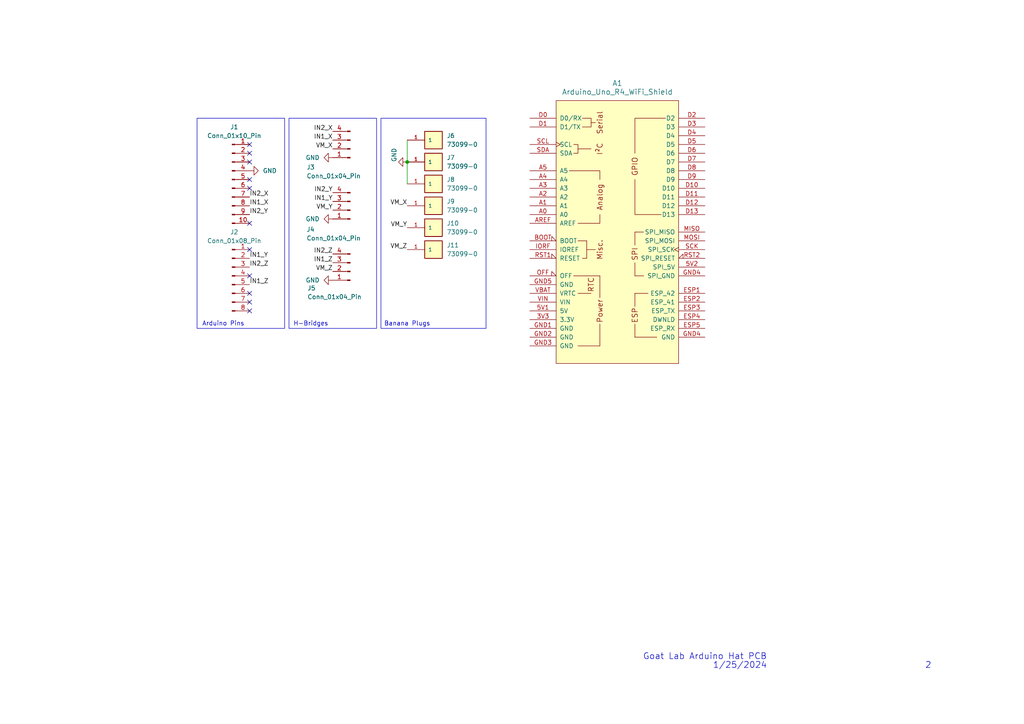
<source format=kicad_sch>
(kicad_sch (version 20231120) (generator "eeschema") (generator_version "8.0")
  (paper "A4")
  (lib_symbols
    (symbol "73099-0:73099-0" (pin_names (offset 1.016))
      (property "Reference" "J" (at -5.08 3.81 0))
      (property "Value" "73099-0" (at -5.08 -3.81 0))
      (symbol "73099-0_0_0"
        (rectangle (start -2.54 -2.54) (end 2.54 2.54) (stroke (width 0.254)) (fill (type background)))
        (pin passive line (at -7.62 0 0) (length 5.08) (name "1") (number "1"))
      )
    )
    (symbol "Connector:Conn_01x04_Pin" (pin_names (offset 1.016) hide)
      (property "Reference" "J" (at 0 5.08 0))
      (property "Value" "Conn_01x04_Pin" (at 0 -7.62 0))
      (symbol "Conn_01x04_Pin_1_1"
        (polyline (pts (xy 1.27 -5.08) (xy 0.8636 -5.08)) (stroke (width 0.1524)))
        (polyline (pts (xy 1.27 -2.54) (xy 0.8636 -2.54)) (stroke (width 0.1524)))
        (polyline (pts (xy 1.27 0) (xy 0.8636 0)) (stroke (width 0.1524)))
        (polyline (pts (xy 1.27 2.54) (xy 0.8636 2.54)) (stroke (width 0.1524)))
        (rectangle (start 0.8636 -4.953) (end 0 -5.207) (stroke (width 0.1524)) (fill (type outline)))
        (rectangle (start 0.8636 -2.413) (end 0 -2.667) (stroke (width 0.1524)) (fill (type outline)))
        (rectangle (start 0.8636 0.127) (end 0 -0.127) (stroke (width 0.1524)) (fill (type outline)))
        (rectangle (start 0.8636 2.667) (end 0 2.413) (stroke (width 0.1524)) (fill (type outline)))
        (pin passive line (at 5.08 2.54 180) (length 3.81) (name "Pin_1") (number "1"))
        (pin passive line (at 5.08 0 180) (length 3.81) (name "Pin_2") (number "2"))
        (pin passive line (at 5.08 -2.54 180) (length 3.81) (name "Pin_3") (number "3"))
        (pin passive line (at 5.08 -5.08 180) (length 3.81) (name "Pin_4") (number "4"))
      )
    )
    (symbol "Connector:Conn_01x08_Pin" (pin_names (offset 1.016) hide)
      (property "Reference" "J" (at 0 10.16 0))
      (property "Value" "Conn_01x08_Pin" (at 0 -12.7 0))
      (symbol "Conn_01x08_Pin_1_1"
        (polyline (pts (xy 1.27 -10.16) (xy 0.8636 -10.16)) (stroke (width 0.1524)))
        (polyline (pts (xy 1.27 -7.62) (xy 0.8636 -7.62)) (stroke (width 0.1524)))
        (polyline (pts (xy 1.27 -5.08) (xy 0.8636 -5.08)) (stroke (width 0.1524)))
        (polyline (pts (xy 1.27 -2.54) (xy 0.8636 -2.54)) (stroke (width 0.1524)))
        (polyline (pts (xy 1.27 0) (xy 0.8636 0)) (stroke (width 0.1524)))
        (polyline (pts (xy 1.27 2.54) (xy 0.8636 2.54)) (stroke (width 0.1524)))
        (polyline (pts (xy 1.27 5.08) (xy 0.8636 5.08)) (stroke (width 0.1524)))
        (polyline (pts (xy 1.27 7.62) (xy 0.8636 7.62)) (stroke (width 0.1524)))
        (rectangle (start 0.8636 -10.033) (end 0 -10.287) (stroke (width 0.1524)) (fill (type outline)))
        (rectangle (start 0.8636 -7.493) (end 0 -7.747) (stroke (width 0.1524)) (fill (type outline)))
        (rectangle (start 0.8636 -4.953) (end 0 -5.207) (stroke (width 0.1524)) (fill (type outline)))
        (rectangle (start 0.8636 -2.413) (end 0 -2.667) (stroke (width 0.1524)) (fill (type outline)))
        (rectangle (start 0.8636 0.127) (end 0 -0.127) (stroke (width 0.1524)) (fill (type outline)))
        (rectangle (start 0.8636 2.667) (end 0 2.413) (stroke (width 0.1524)) (fill (type outline)))
        (rectangle (start 0.8636 5.207) (end 0 4.953) (stroke (width 0.1524)) (fill (type outline)))
        (rectangle (start 0.8636 7.747) (end 0 7.493) (stroke (width 0.1524)) (fill (type outline)))
        (pin passive line (at 5.08 7.62 180) (length 3.81) (name "Pin_1") (number "1"))
        (pin passive line (at 5.08 5.08 180) (length 3.81) (name "Pin_2") (number "2"))
        (pin passive line (at 5.08 2.54 180) (length 3.81) (name "Pin_3") (number "3"))
        (pin passive line (at 5.08 0 180) (length 3.81) (name "Pin_4") (number "4"))
        (pin passive line (at 5.08 -2.54 180) (length 3.81) (name "Pin_5") (number "5"))
        (pin passive line (at 5.08 -5.08 180) (length 3.81) (name "Pin_6") (number "6"))
        (pin passive line (at 5.08 -7.62 180) (length 3.81) (name "Pin_7") (number "7"))
        (pin passive line (at 5.08 -10.16 180) (length 3.81) (name "Pin_8") (number "8"))
      )
    )
    (symbol "Connector:Conn_01x10_Pin" (pin_names (offset 1.016) hide)
      (property "Reference" "J" (at 0 12.7 0))
      (property "Value" "Conn_01x10_Pin" (at 0 -15.24 0))
      (symbol "Conn_01x10_Pin_1_1"
        (polyline (pts (xy 1.27 -12.7) (xy 0.8636 -12.7)) (stroke (width 0.1524)))
        (polyline (pts (xy 1.27 -10.16) (xy 0.8636 -10.16)) (stroke (width 0.1524)))
        (polyline (pts (xy 1.27 -7.62) (xy 0.8636 -7.62)) (stroke (width 0.1524)))
        (polyline (pts (xy 1.27 -5.08) (xy 0.8636 -5.08)) (stroke (width 0.1524)))
        (polyline (pts (xy 1.27 -2.54) (xy 0.8636 -2.54)) (stroke (width 0.1524)))
        (polyline (pts (xy 1.27 0) (xy 0.8636 0)) (stroke (width 0.1524)))
        (polyline (pts (xy 1.27 2.54) (xy 0.8636 2.54)) (stroke (width 0.1524)))
        (polyline (pts (xy 1.27 5.08) (xy 0.8636 5.08)) (stroke (width 0.1524)))
        (polyline (pts (xy 1.27 7.62) (xy 0.8636 7.62)) (stroke (width 0.1524)))
        (polyline (pts (xy 1.27 10.16) (xy 0.8636 10.16)) (stroke (width 0.1524)))
        (rectangle (start 0.8636 -12.573) (end 0 -12.827) (stroke (width 0.1524)) (fill (type outline)))
        (rectangle (start 0.8636 -10.033) (end 0 -10.287) (stroke (width 0.1524)) (fill (type outline)))
        (rectangle (start 0.8636 -7.493) (end 0 -7.747) (stroke (width 0.1524)) (fill (type outline)))
        (rectangle (start 0.8636 -4.953) (end 0 -5.207) (stroke (width 0.1524)) (fill (type outline)))
        (rectangle (start 0.8636 -2.413) (end 0 -2.667) (stroke (width 0.1524)) (fill (type outline)))
        (rectangle (start 0.8636 0.127) (end 0 -0.127) (stroke (width 0.1524)) (fill (type outline)))
        (rectangle (start 0.8636 2.667) (end 0 2.413) (stroke (width 0.1524)) (fill (type outline)))
        (rectangle (start 0.8636 5.207) (end 0 4.953) (stroke (width 0.1524)) (fill (type outline)))
        (rectangle (start 0.8636 7.747) (end 0 7.493) (stroke (width 0.1524)) (fill (type outline)))
        (rectangle (start 0.8636 10.287) (end 0 10.033) (stroke (width 0.1524)) (fill (type outline)))
        (pin passive line (at 5.08 10.16 180) (length 3.81) (name "Pin_1") (number "1"))
        (pin passive line (at 5.08 -12.7 180) (length 3.81) (name "Pin_10") (number "10"))
        (pin passive line (at 5.08 7.62 180) (length 3.81) (name "Pin_2") (number "2"))
        (pin passive line (at 5.08 5.08 180) (length 3.81) (name "Pin_3") (number "3"))
        (pin passive line (at 5.08 2.54 180) (length 3.81) (name "Pin_4") (number "4"))
        (pin passive line (at 5.08 0 180) (length 3.81) (name "Pin_5") (number "5"))
        (pin passive line (at 5.08 -2.54 180) (length 3.81) (name "Pin_6") (number "6"))
        (pin passive line (at 5.08 -5.08 180) (length 3.81) (name "Pin_7") (number "7"))
        (pin passive line (at 5.08 -7.62 180) (length 3.81) (name "Pin_8") (number "8"))
        (pin passive line (at 5.08 -10.16 180) (length 3.81) (name "Pin_9") (number "9"))
      )
    )
    (symbol "my_custom_symbol:Arduino_Uno_R4_WiFi_Shield" (pin_names (offset 1.016))
      (property "Reference" "A" (at 0 43.18 0))
      (property "Value" "Arduino_Uno_R4_WiFi_Shield" (at 0 40.64 0))
      (symbol "Arduino_Uno_R4_WiFi_Shield_0_0"
        (rectangle (start -17.78 38.1) (end 17.78 -38.1) (fill (type background)))
        (rectangle (start -12.7 -12.7) (end -5.08 -12.7))
        (rectangle (start -11.43 -33.02) (end -5.08 -33.02))
        (rectangle (start -10.16 -7.62) (end -8.89 -7.62))
        (rectangle (start -8.89 -7.62) (end -8.89 -2.54))
        (rectangle (start -8.89 -5.08) (end -6.35 -5.08))
        (rectangle (start -8.89 -2.54) (end -11.43 -2.54))
        (polyline (pts (xy -11.43 24.13) (xy -7.62 24.13)))
        (polyline (pts (xy -7.62 31.75) (xy -6.35 31.75)))
        (polyline (pts (xy -5.08 -26.67) (xy -5.08 -33.02)))
        (polyline (pts (xy -5.08 -12.7) (xy -5.08 -19.05)))
        (polyline (pts (xy -5.08 5.08) (xy -5.08 2.54) (xy -11.43 2.54)))
        (polyline (pts (xy -5.08 15.24) (xy -5.08 17.78) (xy -13.97 17.78)))
        (polyline (pts (xy 5.08 15.24) (xy 5.08 5.08) (xy 12.7 5.08)))
        (polyline (pts (xy 5.08 22.86) (xy 5.08 33.02) (xy 13.97 33.02)))
        (polyline (pts (xy -12.7 25.4) (xy -11.43 25.4) (xy -11.43 22.86) (xy -12.7 22.86)))
        (polyline (pts (xy -10.16 33.02) (xy -7.62 33.02) (xy -7.62 30.48) (xy -10.16 30.48)))
        (rectangle (start 5.08 -30.48) (end 5.08 -26.67))
        (rectangle (start 5.08 -30.48) (end 11.43 -30.48))
        (rectangle (start 5.08 -21.59) (end 5.08 -17.78))
        (rectangle (start 5.08 -17.78) (end 8.89 -17.78))
        (rectangle (start 5.08 -12.7) (end 5.08 -8.89))
        (rectangle (start 5.08 -12.7) (end 7.62 -12.7))
        (rectangle (start 5.08 -3.81) (end 5.08 0))
        (rectangle (start 7.62 0) (end 5.08 0))
        (text "Analog" (at -5.08 10.16 900) (effects (font (size 1.524 1.524))))
        (text "ESP" (at 5.08 -24.13 900) (effects (font (size 1.524 1.524))))
        (text "I²C" (at -5.08 24.13 900) (effects (font (size 1.524 1.524))))
        (text "Misc." (at -5.08 -5.08 900) (effects (font (size 1.524 1.524))))
        (text "Power" (at -5.08 -22.86 900) (effects (font (size 1.524 1.524))))
        (text "RTC" (at -7.62 -15.24 900) (effects (font (size 1.524 1.524))))
        (text "Serial" (at -5.08 31.75 900) (effects (font (size 1.524 1.524))))
        (text "SPI" (at 5.08 -6.35 900) (effects (font (size 1.524 1.524))))
      )
      (symbol "Arduino_Uno_R4_WiFi_Shield_0_1"
        (polyline (pts (xy -11.43 -17.78) (xy -7.62 -17.78)))
      )
      (symbol "Arduino_Uno_R4_WiFi_Shield_1_0"
        (text "GPIO" (at 5.08 19.05 900) (effects (font (size 1.524 1.524))))
      )
      (symbol "Arduino_Uno_R4_WiFi_Shield_1_1"
        (pin power_out line (at -25.4 -25.4 0) (length 7.62) (name "3.3V") (number "3V3"))
        (pin power_in line (at -25.4 -22.86 0) (length 7.62) (name "5V") (number "5V1"))
        (pin power_in line (at 25.4 -10.16 180) (length 7.62) (name "SPI_5V") (number "5V2"))
        (pin bidirectional line (at -25.4 5.08 0) (length 7.62) (name "A0") (number "A0"))
        (pin bidirectional line (at -25.4 7.62 0) (length 7.62) (name "A1") (number "A1"))
        (pin bidirectional line (at -25.4 10.16 0) (length 7.62) (name "A2") (number "A2"))
        (pin bidirectional line (at -25.4 12.7 0) (length 7.62) (name "A3") (number "A3"))
        (pin bidirectional line (at -25.4 15.24 0) (length 7.62) (name "A4") (number "A4"))
        (pin bidirectional line (at -25.4 17.78 0) (length 7.62) (name "A5") (number "A5"))
        (pin input line (at -25.4 2.54 0) (length 7.62) (name "AREF") (number "AREF"))
        (pin input input_low (at -25.4 -2.54 0) (length 7.62) (name "BOOT") (number "BOOT"))
        (pin bidirectional line (at -25.4 33.02 0) (length 7.62) (name "D0/RX") (number "D0"))
        (pin bidirectional line (at -25.4 30.48 0) (length 7.62) (name "D1/TX") (number "D1"))
        (pin bidirectional line (at 25.4 12.7 180) (length 7.62) (name "D10") (number "D10"))
        (pin bidirectional line (at 25.4 10.16 180) (length 7.62) (name "D11") (number "D11"))
        (pin bidirectional line (at 25.4 7.62 180) (length 7.62) (name "D12") (number "D12"))
        (pin bidirectional line (at 25.4 5.08 180) (length 7.62) (name "D13") (number "D13"))
        (pin bidirectional line (at 25.4 33.02 180) (length 7.62) (name "D2") (number "D2"))
        (pin bidirectional line (at 25.4 30.48 180) (length 7.62) (name "D3") (number "D3"))
        (pin bidirectional line (at 25.4 27.94 180) (length 7.62) (name "D4") (number "D4"))
        (pin bidirectional line (at 25.4 25.4 180) (length 7.62) (name "D5") (number "D5"))
        (pin bidirectional line (at 25.4 22.86 180) (length 7.62) (name "D6") (number "D6"))
        (pin bidirectional line (at 25.4 20.32 180) (length 7.62) (name "D7") (number "D7"))
        (pin bidirectional line (at 25.4 17.78 180) (length 7.62) (name "D8") (number "D8"))
        (pin bidirectional line (at 25.4 15.24 180) (length 7.62) (name "D9") (number "D9"))
        (pin bidirectional line (at 25.4 -17.78 180) (length 7.62) (name "ESP_42") (number "ESP1"))
        (pin bidirectional line (at 25.4 -20.32 180) (length 7.62) (name "ESP_41") (number "ESP2"))
        (pin bidirectional line (at 25.4 -22.86 180) (length 7.62) (name "ESP_TX") (number "ESP3"))
        (pin bidirectional line (at 25.4 -25.4 180) (length 7.62) (name "DWNLD") (number "ESP4"))
        (pin bidirectional line (at 25.4 -27.94 180) (length 7.62) (name "ESP_RX") (number "ESP5"))
        (pin power_in line (at -25.4 -27.94 0) (length 7.62) (name "GND") (number "GND1"))
        (pin power_in line (at -25.4 -30.48 0) (length 7.62) (name "GND") (number "GND2"))
        (pin power_in line (at -25.4 -33.02 0) (length 7.62) (name "GND") (number "GND3"))
        (pin power_in line (at 25.4 -30.48 180) (length 7.62) (name "GND") (number "GND4"))
        (pin power_in line (at 25.4 -12.7 180) (length 7.62) (name "SPI_GND") (number "GND4"))
        (pin power_in line (at -25.4 -15.24 0) (length 7.62) (name "GND") (number "GND5"))
        (pin output line (at -25.4 -5.08 0) (length 7.62) (name "IOREF") (number "IORF"))
        (pin input line (at 25.4 0 180) (length 7.62) (name "SPI_MISO") (number "MISO"))
        (pin output line (at 25.4 -2.54 180) (length 7.62) (name "SPI_MOSI") (number "MOSI"))
        (pin input input_low (at -25.4 -12.7 0) (length 7.62) (name "OFF") (number "OFF"))
        (pin open_collector input_low (at -25.4 -7.62 0) (length 7.62) (name "RESET") (number "RST1"))
        (pin open_collector input_low (at 25.4 -7.62 180) (length 7.62) (name "SPI_RESET") (number "RST2"))
        (pin output clock (at 25.4 -5.08 180) (length 7.62) (name "SPI_SCK") (number "SCK"))
        (pin bidirectional clock (at -25.4 25.4 0) (length 7.62) (name "SCL") (number "SCL"))
        (pin bidirectional line (at -25.4 22.86 0) (length 7.62) (name "SDA") (number "SDA"))
        (pin power_in line (at -25.4 -17.78 0) (length 7.62) (name "VRTC") (number "VBAT"))
        (pin power_in line (at -25.4 -20.32 0) (length 7.62) (name "VIN") (number "VIN"))
      )
    )
    (symbol "power:GND" (power) (pin_numbers hide) (pin_names (offset 0) hide)
      (property "Value" "GND" (at 0 -3.81 0))
      (symbol "GND_0_1"
        (polyline (pts (xy 0 0) (xy 0 -1.27) (xy 1.27 -1.27) (xy 0 -2.54) (xy -1.27 -1.27) (xy 0 -1.27)))
      )
      (symbol "GND_1_1"
        (pin power_in line (at 0 0 270) (length 0) (name "~") (number "1"))
      )
    )
  )
  (junction (at 118.11 46.99))
  (no_connect (at 72.39 85.09))
  (no_connect (at 72.39 64.77))
  (no_connect (at 72.39 41.91))
  (no_connect (at 72.39 46.99))
  (no_connect (at 72.39 72.39))
  (no_connect (at 72.39 54.61))
  (no_connect (at 72.39 52.07))
  (no_connect (at 72.39 80.01))
  (no_connect (at 72.39 44.45))
  (no_connect (at 72.39 87.63))
  (no_connect (at 72.39 90.17))
  (wire (pts (xy 118.11 40.64) (xy 118.11 46.99)))
  (wire (pts (xy 118.11 46.99) (xy 118.11 53.34)))
  (rectangle (start 83.82 34.29) (end 109.22 95.25))
  (rectangle (start 57.15 34.29) (end 82.55 95.25))
  (rectangle (start 110.49 34.29) (end 140.97 95.25))
  (text "H-Bridges" (at 90.17 93.98 0) (effects (font (size 1.27 1.27))))
  (text "Goat Lab Arduino Hat PCB" (at 204.47 190.5 0) (effects (font (size 1.778 1.778))))
  (text "Banana Plugs" (at 118.11 93.98 0) (effects (font (size 1.27 1.27))))
  (text "Arduino Pins" (at 64.77 93.98 0) (effects (font (size 1.27 1.27))))
  (text "1/25/2024" (at 214.63 193.04 0) (effects (font (size 1.778 1.778))))
  (text "2" (at 269.24 193.04 0) (effects (font (size 1.778 1.778))))
  (label "IN1_X" (at 72.39 59.69 0))
  (label "VM_X" (at 118.11 59.69 180))
  (label "IN2_X" (at 72.39 57.15 0))
  (label "VM_Z" (at 96.52 78.74 180))
  (label "IN1_Z" (at 96.52 76.2 180))
  (label "VM_Z" (at 118.11 72.39 180))
  (label "IN2_X" (at 96.52 38.1 180))
  (label "IN2_Z" (at 72.39 77.47 0))
  (label "IN2_Y" (at 72.39 62.23 0))
  (label "VM_X" (at 96.52 43.18 180))
  (label "IN2_Z" (at 96.52 73.66 180))
  (label "IN1_Y" (at 96.52 58.42 180))
  (label "VM_Y" (at 118.11 66.04 180))
  (label "IN2_Y" (at 96.52 55.88 180))
  (label "IN1_Z" (at 72.39 82.55 0))
  (label "IN1_X" (at 96.52 40.64 180))
  (label "IN1_Y" (at 72.39 74.93 0))
  (label "VM_Y" (at 96.52 60.96 180))
  (symbol (lib_id "Connector:Conn_01x08_Pin") (at 67.31 80.01 0) (unit 1)
    (property "Reference" "J2" (at 67.945 67.31 0))
    (property "Value" "Conn_01x08_Pin" (at 67.945 69.85 0))
    (property "Footprint" "Connector_PinHeader_2.54mm:PinHeader_1x08_P2.54mm_Vertical" (effects (hide yes)))
    (property "Description" "Generic connector, single row, 01x08, script generated" (effects (hide yes)))
  )
  (symbol (lib_id "73099-0:73099-0") (at 125.73 72.39 0) (unit 1)
    (property "Reference" "J11" (at 129.54 71.1199 0) (effects (justify left)))
    (property "Value" "73099-0" (at 129.54 73.6599 0) (effects (justify left)))
    (property "Footprint" "my_custom:POMONA_73099-0" (effects (hide yes)))
    (property "MF" "Pomona Electronics" (effects (hide yes)))
    (property "MAXIMUM_PACKAGE_HEIGHT" "11.5mm" (effects (hide yes)))
    (property "Package" "None" (effects (hide yes)))
    (property "Price" "None" (effects (hide yes)))
    (property "Check_prices" "https://www.snapeda.com/parts/73099-0/Pomona+Electronics/view-part/?ref=eda" (effects (hide yes)))
    (property "STANDARD" "Manufacturer Recommendations" (effects (hide yes)))
    (property "PARTREV" "101" (effects (hide yes)))
    (property "SnapEDA_Link" "https://www.snapeda.com/parts/73099-0/Pomona+Electronics/view-part/?ref=snap" (effects (hide yes)))
    (property "MP" "73099-0" (effects (hide yes)))
    (property "Description_1" "\n                        \n                            R/A 4Mm Mounting Safety Jack For Pcb, Black | Pomona Electronics 73099-0\n                        \n" (effects (hide yes)))
    (property "Availability" "In Stock" (effects (hide yes)))
    (property "MANUFACTURER" "Pomona Electronics" (effects (hide yes)))
  )
  (symbol (lib_id "73099-0:73099-0") (at 125.73 40.64 0) (unit 1)
    (property "Reference" "J6" (at 129.54 39.3699 0) (effects (justify left)))
    (property "Value" "73099-0" (at 129.54 41.9099 0) (effects (justify left)))
    (property "Footprint" "my_custom:POMONA_73099-0" (effects (hide yes)))
    (property "MF" "Pomona Electronics" (effects (hide yes)))
    (property "MAXIMUM_PACKAGE_HEIGHT" "11.5mm" (effects (hide yes)))
    (property "Package" "None" (effects (hide yes)))
    (property "Price" "None" (effects (hide yes)))
    (property "Check_prices" "https://www.snapeda.com/parts/73099-0/Pomona+Electronics/view-part/?ref=eda" (effects (hide yes)))
    (property "STANDARD" "Manufacturer Recommendations" (effects (hide yes)))
    (property "PARTREV" "101" (effects (hide yes)))
    (property "SnapEDA_Link" "https://www.snapeda.com/parts/73099-0/Pomona+Electronics/view-part/?ref=snap" (effects (hide yes)))
    (property "MP" "73099-0" (effects (hide yes)))
    (property "Description_1" "\n                        \n                            R/A 4Mm Mounting Safety Jack For Pcb, Black | Pomona Electronics 73099-0\n                        \n" (effects (hide yes)))
    (property "Availability" "In Stock" (effects (hide yes)))
    (property "MANUFACTURER" "Pomona Electronics" (effects (hide yes)))
  )
  (symbol (lib_id "73099-0:73099-0") (at 125.73 66.04 0) (unit 1)
    (property "Reference" "J10" (at 129.54 64.7699 0) (effects (justify left)))
    (property "Value" "73099-0" (at 129.54 67.3099 0) (effects (justify left)))
    (property "Footprint" "my_custom:POMONA_73099-0" (effects (hide yes)))
    (property "MF" "Pomona Electronics" (effects (hide yes)))
    (property "MAXIMUM_PACKAGE_HEIGHT" "11.5mm" (effects (hide yes)))
    (property "Package" "None" (effects (hide yes)))
    (property "Price" "None" (effects (hide yes)))
    (property "Check_prices" "https://www.snapeda.com/parts/73099-0/Pomona+Electronics/view-part/?ref=eda" (effects (hide yes)))
    (property "STANDARD" "Manufacturer Recommendations" (effects (hide yes)))
    (property "PARTREV" "101" (effects (hide yes)))
    (property "SnapEDA_Link" "https://www.snapeda.com/parts/73099-0/Pomona+Electronics/view-part/?ref=snap" (effects (hide yes)))
    (property "MP" "73099-0" (effects (hide yes)))
    (property "Description_1" "\n                        \n                            R/A 4Mm Mounting Safety Jack For Pcb, Black | Pomona Electronics 73099-0\n                        \n" (effects (hide yes)))
    (property "Availability" "In Stock" (effects (hide yes)))
    (property "MANUFACTURER" "Pomona Electronics" (effects (hide yes)))
  )
  (symbol (lib_id "power:GND") (at 118.11 46.99 270) (unit 1)
    (property "Reference" "#PWR05" (effects (hide yes)))
    (property "Value" "GND" (at 114.3 46.99 0) (effects (justify right)))
    (property "Description" "Power symbol creates a global label with name \"GND\" , ground" (effects (hide yes)))
  )
  (symbol (lib_id "power:GND") (at 96.52 63.5 270) (unit 1)
    (property "Reference" "#PWR03" (effects (hide yes)))
    (property "Value" "GND" (at 92.71 63.4999 90) (effects (justify right)))
    (property "Description" "Power symbol creates a global label with name \"GND\" , ground" (effects (hide yes)))
  )
  (symbol (lib_id "Connector:Conn_01x04_Pin") (at 101.6 60.96 180) (unit 1)
    (property "Reference" "J4" (at 88.9 66.548 0) (effects (justify right)))
    (property "Value" "Conn_01x04_Pin" (at 88.9 69.088 0) (effects (justify right)))
    (property "Footprint" "Connector_PinHeader_2.54mm:PinHeader_1x04_P2.54mm_Vertical" (effects (hide yes)))
    (property "Description" "Generic connector, single row, 01x04, script generated" (effects (hide yes)))
  )
  (symbol (lib_id "73099-0:73099-0") (at 125.73 53.34 0) (unit 1)
    (property "Reference" "J8" (at 129.54 52.0699 0) (effects (justify left)))
    (property "Value" "73099-0" (at 129.54 54.6099 0) (effects (justify left)))
    (property "Footprint" "my_custom:POMONA_73099-0" (effects (hide yes)))
    (property "MF" "Pomona Electronics" (effects (hide yes)))
    (property "MAXIMUM_PACKAGE_HEIGHT" "11.5mm" (effects (hide yes)))
    (property "Package" "None" (effects (hide yes)))
    (property "Price" "None" (effects (hide yes)))
    (property "Check_prices" "https://www.snapeda.com/parts/73099-0/Pomona+Electronics/view-part/?ref=eda" (effects (hide yes)))
    (property "STANDARD" "Manufacturer Recommendations" (effects (hide yes)))
    (property "PARTREV" "101" (effects (hide yes)))
    (property "SnapEDA_Link" "https://www.snapeda.com/parts/73099-0/Pomona+Electronics/view-part/?ref=snap" (effects (hide yes)))
    (property "MP" "73099-0" (effects (hide yes)))
    (property "Description_1" "\n                        \n                            R/A 4Mm Mounting Safety Jack For Pcb, Black | Pomona Electronics 73099-0\n                        \n" (effects (hide yes)))
    (property "Availability" "In Stock" (effects (hide yes)))
    (property "MANUFACTURER" "Pomona Electronics" (effects (hide yes)))
  )
  (symbol (lib_id "power:GND") (at 96.52 81.28 270) (unit 1)
    (property "Reference" "#PWR04" (effects (hide yes)))
    (property "Value" "GND" (at 92.71 81.2799 90) (effects (justify right)))
    (property "Description" "Power symbol creates a global label with name \"GND\" , ground" (effects (hide yes)))
  )
  (symbol (lib_id "73099-0:73099-0") (at 125.73 59.69 0) (unit 1)
    (property "Reference" "J9" (at 129.54 58.4199 0) (effects (justify left)))
    (property "Value" "73099-0" (at 129.54 60.9599 0) (effects (justify left)))
    (property "Footprint" "my_custom:POMONA_73099-0" (effects (hide yes)))
    (property "MF" "Pomona Electronics" (effects (hide yes)))
    (property "MAXIMUM_PACKAGE_HEIGHT" "11.5mm" (effects (hide yes)))
    (property "Package" "None" (effects (hide yes)))
    (property "Price" "None" (effects (hide yes)))
    (property "Check_prices" "https://www.snapeda.com/parts/73099-0/Pomona+Electronics/view-part/?ref=eda" (effects (hide yes)))
    (property "STANDARD" "Manufacturer Recommendations" (effects (hide yes)))
    (property "PARTREV" "101" (effects (hide yes)))
    (property "SnapEDA_Link" "https://www.snapeda.com/parts/73099-0/Pomona+Electronics/view-part/?ref=snap" (effects (hide yes)))
    (property "MP" "73099-0" (effects (hide yes)))
    (property "Description_1" "\n                        \n                            R/A 4Mm Mounting Safety Jack For Pcb, Black | Pomona Electronics 73099-0\n                        \n" (effects (hide yes)))
    (property "Availability" "In Stock" (effects (hide yes)))
    (property "MANUFACTURER" "Pomona Electronics" (effects (hide yes)))
  )
  (symbol (lib_id "Connector:Conn_01x10_Pin") (at 67.31 52.07 0) (unit 1)
    (property "Reference" "J1" (at 67.945 36.83 0))
    (property "Value" "Conn_01x10_Pin" (at 67.945 39.37 0))
    (property "Footprint" "Connector_PinHeader_2.54mm:PinHeader_1x10_P2.54mm_Vertical" (effects (hide yes)))
    (property "Description" "Generic connector, single row, 01x10, script generated" (effects (hide yes)))
  )
  (symbol (lib_id "power:GND") (at 72.39 49.53 90) (unit 1)
    (property "Reference" "#PWR01" (effects (hide yes)))
    (property "Value" "GND" (at 76.2 49.5299 90) (effects (justify right)))
    (property "Description" "Power symbol creates a global label with name \"GND\" , ground" (effects (hide yes)))
  )
  (symbol (lib_id "my_custom_symbol:Arduino_Uno_R4_WiFi_Shield") (at 179.07 67.31 0) (unit 1)
    (property "Reference" "A1" (at 179.07 24.13 0) (effects (font (size 1.524 1.524))))
    (property "Value" "Arduino_Uno_R4_WiFi_Shield" (at 179.07 26.67 0) (effects (font (size 1.524 1.524))))
    (property "Footprint" "my_custom:Arduino_Uno_R4_WiFi_Shield" (effects (hide yes)))
    (property "Datasheet" "https://docs.arduino.cc/hardware/uno-r4-wifi" (effects (hide yes)))
    (property "Description" "Shield for Arduino Uno R4 WiFi" (effects (hide yes)))
  )
  (symbol (lib_id "73099-0:73099-0") (at 125.73 46.99 0) (unit 1)
    (property "Reference" "J7" (at 129.54 45.7199 0) (effects (justify left)))
    (property "Value" "73099-0" (at 129.54 48.2599 0) (effects (justify left)))
    (property "Footprint" "my_custom:POMONA_73099-0" (effects (hide yes)))
    (property "MF" "Pomona Electronics" (effects (hide yes)))
    (property "MAXIMUM_PACKAGE_HEIGHT" "11.5mm" (effects (hide yes)))
    (property "Package" "None" (effects (hide yes)))
    (property "Price" "None" (effects (hide yes)))
    (property "Check_prices" "https://www.snapeda.com/parts/73099-0/Pomona+Electronics/view-part/?ref=eda" (effects (hide yes)))
    (property "STANDARD" "Manufacturer Recommendations" (effects (hide yes)))
    (property "PARTREV" "101" (effects (hide yes)))
    (property "SnapEDA_Link" "https://www.snapeda.com/parts/73099-0/Pomona+Electronics/view-part/?ref=snap" (effects (hide yes)))
    (property "MP" "73099-0" (effects (hide yes)))
    (property "Description_1" "\n                        \n                            R/A 4Mm Mounting Safety Jack For Pcb, Black | Pomona Electronics 73099-0\n                        \n" (effects (hide yes)))
    (property "Availability" "In Stock" (effects (hide yes)))
    (property "MANUFACTURER" "Pomona Electronics" (effects (hide yes)))
  )
  (symbol (lib_id "Connector:Conn_01x04_Pin") (at 101.6 43.18 180) (unit 1)
    (property "Reference" "J3" (at 88.9 48.514 0) (effects (justify right)))
    (property "Value" "Conn_01x04_Pin" (at 88.9 51.054 0) (effects (justify right)))
    (property "Footprint" "Connector_PinHeader_2.54mm:PinHeader_1x04_P2.54mm_Vertical" (effects (hide yes)))
    (property "Description" "Generic connector, single row, 01x04, script generated" (effects (hide yes)))
  )
  (symbol (lib_id "Connector:Conn_01x04_Pin") (at 101.6 78.74 180) (unit 1)
    (property "Reference" "J5" (at 89.154 83.566 0) (effects (justify right)))
    (property "Value" "Conn_01x04_Pin" (at 89.154 86.106 0) (effects (justify right)))
    (property "Footprint" "Connector_PinHeader_2.54mm:PinHeader_1x04_P2.54mm_Vertical" (effects (hide yes)))
    (property "Description" "Generic connector, single row, 01x04, script generated" (effects (hide yes)))
  )
  (symbol (lib_id "power:GND") (at 96.52 45.72 270) (unit 1)
    (property "Reference" "#PWR02" (effects (hide yes)))
    (property "Value" "GND" (at 92.71 45.72 90) (effects (justify right)))
    (property "Description" "Power symbol creates a global label with name \"GND\" , ground" (effects (hide yes)))
  )
)
</source>
